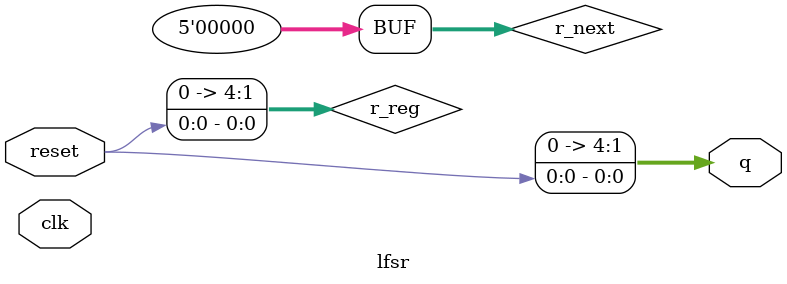
<source format=v>
module lfsr( 
    input clk,
    input reset,
    output [4:0] q
); 
reg [4:0] r_reg;
wire [4:0] r_next;
wire feedback_value;
// on reset set the value of r_reg to 1
// otherwise assign r_next to r_reg
// assign the xor of bit positions 2 and 4 of r_reg to feedback_value
// assign feedback concatenated with 4 most significant bits of r_reg to r_next
// assign r_reg to the output q
initial begin
    r_reg = reset;
    r_next = 0;
    feedback_value = (r_reg^2)^4;
    q[5:0] = r_reg;
end
endmodule

</source>
